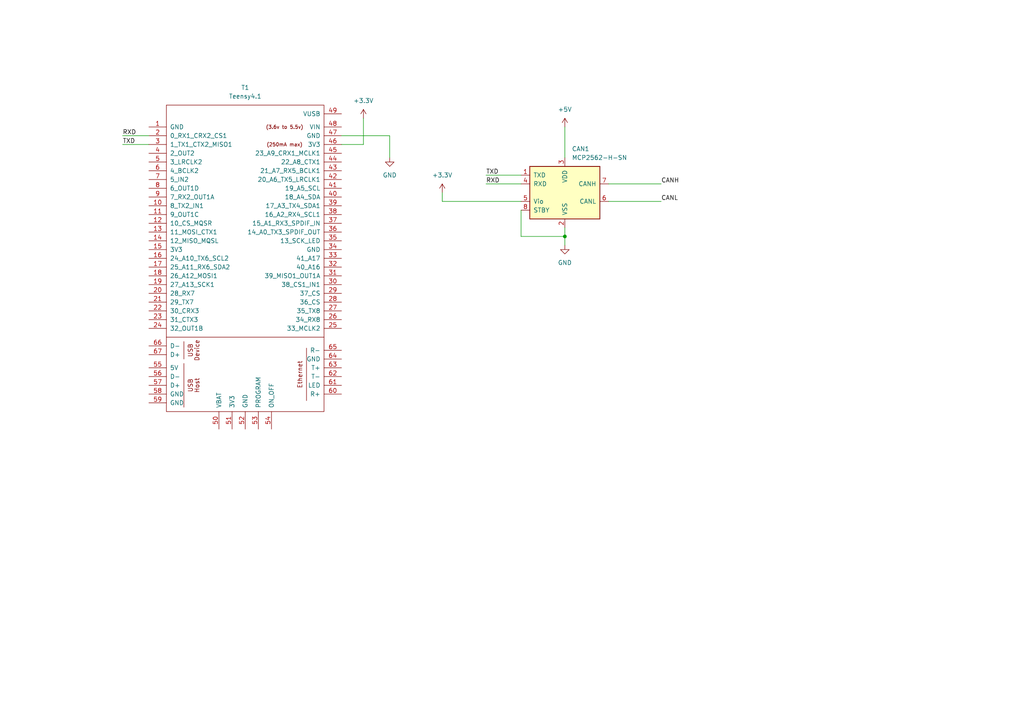
<source format=kicad_sch>
(kicad_sch (version 20211123) (generator eeschema)
  (paper "A4")
  (title_block (title "Teensy CAN Read") (date "2023-04-02") (rev "1"))
  (lib_symbols
    (symbol "Interface_CAN_LIN:MCP2562-H-SN" (pin_names (offset 1.016))
      (property "Reference" "U" (at -10.16 8.89 0))
      (property "Value" "MCP2562-H-SN" (at 2.54 8.89 0))
      (symbol "MCP2562-H-SN_0_1"
        (rectangle (start -10.16 7.62) (end 10.16 -7.62) (stroke (width 0.254)) (fill (type background)))
      )
      (symbol "MCP2562-H-SN_1_1"
        (pin input line (at -12.7 5.08 0) (length 2.54) (name "TXD") (number "1"))
        (pin power_in line (at 0 -10.16 90) (length 2.54) (name "VSS") (number "2"))
        (pin power_in line (at 0 10.16 270) (length 2.54) (name "VDD") (number "3"))
        (pin output line (at -12.7 2.54 0) (length 2.54) (name "RXD") (number "4"))
        (pin power_in line (at -12.7 -2.54 0) (length 2.54) (name "Vio") (number "5"))
        (pin bidirectional line (at 12.7 -2.54 180) (length 2.54) (name "CANL") (number "6"))
        (pin bidirectional line (at 12.7 2.54 180) (length 2.54) (name "CANH") (number "7"))
        (pin input line (at -12.7 -5.08 0) (length 2.54) (name "STBY") (number "8"))
      )
    )
    (symbol "power:+3.3V" (power) (pin_names (offset 0))
      (property "Value" "+3.3V" (at 0 3.556 0))
      (symbol "+3.3V_0_1"
        (polyline (pts (xy -0.762 1.27) (xy 0 2.54)))
        (polyline (pts (xy 0 0) (xy 0 2.54)))
        (polyline (pts (xy 0 2.54) (xy 0.762 1.27)))
      )
      (symbol "+3.3V_1_1"
        (pin power_in line (at 0 0 90) (length 0) hide (name "+3.3V") (number "1"))
      )
    )
    (symbol "power:+5V" (power) (pin_names (offset 0))
      (property "Value" "+5V" (at 0 3.556 0))
      (symbol "+5V_0_1"
        (polyline (pts (xy -0.762 1.27) (xy 0 2.54)))
        (polyline (pts (xy 0 0) (xy 0 2.54)))
        (polyline (pts (xy 0 2.54) (xy 0.762 1.27)))
      )
      (symbol "+5V_1_1"
        (pin power_in line (at 0 0 90) (length 0) hide (name "+5V") (number "1"))
      )
    )
    (symbol "power:GND" (power) (pin_names (offset 0))
      (property "Value" "GND" (at 0 -3.81 0))
      (symbol "GND_0_1"
        (polyline (pts (xy 0 0) (xy 0 -1.27) (xy 1.27 -1.27) (xy 0 -2.54) (xy -1.27 -1.27) (xy 0 -1.27)))
      )
      (symbol "GND_1_1"
        (pin power_in line (at 0 0 270) (length 0) hide (name "GND") (number "1"))
      )
    )
    (symbol "teensy:Teensy4.1" (pin_names (offset 1.016))
      (property "Reference" "U" (at 0 64.77 0))
      (property "Value" "Teensy4.1" (at 0 62.23 0))
      (symbol "Teensy4.1_0_0"
        (polyline (pts (xy -22.86 -6.35) (xy 22.86 -6.35)))
        (polyline (pts (xy -17.78 -26.67) (xy -17.78 -13.97)))
        (polyline (pts (xy -17.78 -7.62) (xy -17.78 -12.7)))
        (polyline (pts (xy 17.78 -9.525) (xy 17.78 -24.765)))
        (text "(250mA max)" (at 11.43 49.53 0) (effects (font (size 1.016 1.016))))
        (text "(3.6v to 5.5v)" (at 11.43 54.61 0) (effects (font (size 1.016 1.016))))
        (text "Device" (at -13.97 -10.16 900) (effects (font (size 1.27 1.27))))
        (text "Ethernet" (at 15.875 -17.145 900) (effects (font (size 1.27 1.27))))
        (text "Host" (at -13.97 -20.32 900) (effects (font (size 1.27 1.27))))
        (text "USB" (at -15.875 -20.32 900) (effects (font (size 1.27 1.27))))
        (text "USB" (at -15.875 -10.16 900) (effects (font (size 1.27 1.27))))
        (pin bidirectional line (at -27.94 31.75 0) (length 5.08) (name "8_TX2_IN1") (number "10"))
        (pin bidirectional line (at -27.94 29.21 0) (length 5.08) (name "9_OUT1C") (number "11"))
        (pin bidirectional line (at -27.94 26.67 0) (length 5.08) (name "10_CS_MQSR") (number "12"))
        (pin bidirectional line (at -27.94 24.13 0) (length 5.08) (name "11_MOSI_CTX1") (number "13"))
        (pin bidirectional line (at -27.94 21.59 0) (length 5.08) (name "12_MISO_MQSL") (number "14"))
        (pin power_in line (at -27.94 19.05 0) (length 5.08) (name "3V3") (number "15"))
        (pin bidirectional line (at -27.94 16.51 0) (length 5.08) (name "24_A10_TX6_SCL2") (number "16"))
        (pin bidirectional line (at -27.94 13.97 0) (length 5.08) (name "25_A11_RX6_SDA2") (number "17"))
        (pin bidirectional line (at -27.94 11.43 0) (length 5.08) (name "26_A12_MOSI1") (number "18"))
        (pin bidirectional line (at -27.94 8.89 0) (length 5.08) (name "27_A13_SCK1") (number "19"))
        (pin bidirectional line (at -27.94 6.35 0) (length 5.08) (name "28_RX7") (number "20"))
        (pin bidirectional line (at -27.94 3.81 0) (length 5.08) (name "29_TX7") (number "21"))
        (pin bidirectional line (at -27.94 1.27 0) (length 5.08) (name "30_CRX3") (number "22"))
        (pin bidirectional line (at -27.94 -1.27 0) (length 5.08) (name "31_CTX3") (number "23"))
        (pin bidirectional line (at -27.94 -3.81 0) (length 5.08) (name "32_OUT1B") (number "24"))
        (pin bidirectional line (at 27.94 -3.81 180) (length 5.08) (name "33_MCLK2") (number "25"))
        (pin bidirectional line (at 27.94 -1.27 180) (length 5.08) (name "34_RX8") (number "26"))
        (pin bidirectional line (at 27.94 1.27 180) (length 5.08) (name "35_TX8") (number "27"))
        (pin bidirectional line (at 27.94 3.81 180) (length 5.08) (name "36_CS") (number "28"))
        (pin bidirectional line (at 27.94 6.35 180) (length 5.08) (name "37_CS") (number "29"))
        (pin bidirectional line (at 27.94 8.89 180) (length 5.08) (name "38_CS1_IN1") (number "30"))
        (pin bidirectional line (at 27.94 11.43 180) (length 5.08) (name "39_MISO1_OUT1A") (number "31"))
        (pin bidirectional line (at 27.94 13.97 180) (length 5.08) (name "40_A16") (number "32"))
        (pin bidirectional line (at 27.94 16.51 180) (length 5.08) (name "41_A17") (number "33"))
        (pin bidirectional line (at 27.94 21.59 180) (length 5.08) (name "13_SCK_LED") (number "35"))
        (pin bidirectional line (at 27.94 24.13 180) (length 5.08) (name "14_A0_TX3_SPDIF_OUT") (number "36"))
        (pin bidirectional line (at 27.94 26.67 180) (length 5.08) (name "15_A1_RX3_SPDIF_IN") (number "37"))
        (pin bidirectional line (at 27.94 29.21 180) (length 5.08) (name "16_A2_RX4_SCL1") (number "38"))
        (pin bidirectional line (at 27.94 31.75 180) (length 5.08) (name "17_A3_TX4_SDA1") (number "39"))
        (pin bidirectional line (at 27.94 34.29 180) (length 5.08) (name "18_A4_SDA") (number "40"))
        (pin bidirectional line (at 27.94 36.83 180) (length 5.08) (name "19_A5_SCL") (number "41"))
        (pin bidirectional line (at 27.94 39.37 180) (length 5.08) (name "20_A6_TX5_LRCLK1") (number "42"))
        (pin bidirectional line (at 27.94 41.91 180) (length 5.08) (name "21_A7_RX5_BCLK1") (number "43"))
        (pin bidirectional line (at 27.94 44.45 180) (length 5.08) (name "22_A8_CTX1") (number "44"))
        (pin bidirectional line (at 27.94 46.99 180) (length 5.08) (name "23_A9_CRX1_MCLK1") (number "45"))
        (pin output line (at 27.94 49.53 180) (length 5.08) (name "3V3") (number "46"))
        (pin output line (at 27.94 52.07 180) (length 5.08) (name "GND") (number "47"))
        (pin power_in line (at 27.94 54.61 180) (length 5.08) (name "VIN") (number "48"))
        (pin power_out line (at 27.94 58.42 180) (length 5.08) (name "VUSB") (number "49"))
        (pin bidirectional line (at -27.94 44.45 0) (length 5.08) (name "3_LRCLK2") (number "5"))
        (pin power_in line (at -7.62 -33.02 90) (length 5.08) (name "VBAT") (number "50"))
        (pin power_in line (at -3.81 -33.02 90) (length 5.08) (name "3V3") (number "51"))
        (pin input line (at 0 -33.02 90) (length 5.08) (name "GND") (number "52"))
        (pin input line (at 3.81 -33.02 90) (length 5.08) (name "PROGRAM") (number "53"))
        (pin input line (at 7.62 -33.02 90) (length 5.08) (name "ON_OFF") (number "54"))
        (pin power_out line (at -27.94 -15.24 0) (length 5.08) (name "5V") (number "55"))
        (pin bidirectional line (at -27.94 -17.78 0) (length 5.08) (name "D-") (number "56"))
        (pin bidirectional line (at -27.94 -20.32 0) (length 5.08) (name "D+") (number "57"))
        (pin power_in line (at -27.94 -22.86 0) (length 5.08) (name "GND") (number "58"))
        (pin power_in line (at -27.94 -25.4 0) (length 5.08) (name "GND") (number "59"))
        (pin bidirectional line (at -27.94 41.91 0) (length 5.08) (name "4_BCLK2") (number "6"))
        (pin bidirectional line (at 27.94 -22.86 180) (length 5.08) (name "R+") (number "60"))
        (pin bidirectional line (at 27.94 -20.32 180) (length 5.08) (name "LED") (number "61"))
        (pin bidirectional line (at 27.94 -17.78 180) (length 5.08) (name "T-") (number "62"))
        (pin bidirectional line (at 27.94 -15.24 180) (length 5.08) (name "T+") (number "63"))
        (pin power_in line (at 27.94 -12.7 180) (length 5.08) (name "GND") (number "64"))
        (pin bidirectional line (at 27.94 -10.16 180) (length 5.08) (name "R-") (number "65"))
        (pin bidirectional line (at -27.94 -8.89 0) (length 5.08) (name "D-") (number "66"))
        (pin bidirectional line (at -27.94 -11.43 0) (length 5.08) (name "D+") (number "67"))
        (pin bidirectional line (at -27.94 39.37 0) (length 5.08) (name "5_IN2") (number "7"))
        (pin bidirectional line (at -27.94 36.83 0) (length 5.08) (name "6_OUT1D") (number "8"))
        (pin bidirectional line (at -27.94 34.29 0) (length 5.08) (name "7_RX2_OUT1A") (number "9"))
      )
      (symbol "Teensy4.1_0_1"
        (rectangle (start -22.86 60.96) (end 22.86 -27.94))
        (rectangle (start -20.32 -1.27) (end -20.32 -1.27))
      )
      (symbol "Teensy4.1_1_1"
        (pin power_in line (at -27.94 54.61 0) (length 5.08) (name "GND") (number "1"))
        (pin bidirectional line (at -27.94 52.07 0) (length 5.08) (name "0_RX1_CRX2_CS1") (number "2"))
        (pin bidirectional line (at -27.94 49.53 0) (length 5.08) (name "1_TX1_CTX2_MISO1") (number "3"))
        (pin power_in line (at 27.94 19.05 180) (length 5.08) (name "GND") (number "34"))
        (pin bidirectional line (at -27.94 46.99 0) (length 5.08) (name "2_OUT2") (number "4"))
      )
    )
  )
  (junction (at 163.83 68.58))
  (wire (pts (xy 99.06 41.91) (xy 105.41 41.91)))
  (wire (pts (xy 151.13 60.96) (xy 151.13 68.58)))
  (wire (pts (xy 140.97 50.8) (xy 151.13 50.8)))
  (wire (pts (xy 163.83 68.58) (xy 163.83 66.04)))
  (wire (pts (xy 113.03 39.37) (xy 113.03 45.72)))
  (wire (pts (xy 99.06 39.37) (xy 113.03 39.37)))
  (wire (pts (xy 151.13 58.42) (xy 128.27 58.42)))
  (wire (pts (xy 163.83 36.83) (xy 163.83 45.72)))
  (wire (pts (xy 176.53 53.34) (xy 191.77 53.34)))
  (wire (pts (xy 163.83 68.58) (xy 163.83 71.12)))
  (wire (pts (xy 35.56 41.91) (xy 43.18 41.91)))
  (wire (pts (xy 176.53 58.42) (xy 191.77 58.42)))
  (wire (pts (xy 128.27 55.88) (xy 128.27 58.42)))
  (wire (pts (xy 105.41 34.29) (xy 105.41 41.91)))
  (wire (pts (xy 151.13 68.58) (xy 163.83 68.58)))
  (wire (pts (xy 35.56 39.37) (xy 43.18 39.37)))
  (wire (pts (xy 140.97 53.34) (xy 151.13 53.34)))
  (label "RXD" (at 140.97 53.34 0))
  (label "TXD" (at 35.56 41.91 0))
  (label "TXD" (at 140.97 50.8 0))
  (label "CANL" (at 191.77 58.42 0))
  (label "CANH" (at 191.77 53.34 0))
  (label "RXD" (at 35.56 39.37 0))
  (symbol (lib_id "power:+3.3V") (at 105.41 34.29 0) (unit 1)
    (property "Reference" "#PWR?" (effects hide))
    (property "Value" "+3.3V" (at 105.41 29.21 0))
  )
  (symbol (lib_id "power:+3.3V") (at 128.27 55.88 0) (unit 1)
    (property "Reference" "#PWR?" (effects hide))
    (property "Value" "+3.3V" (at 128.27 50.8 0))
  )
  (symbol (lib_id "power:+5V") (at 163.83 36.83 0) (unit 1)
    (property "Reference" "#PWR?" (effects hide))
    (property "Value" "+5V" (at 163.83 31.75 0))
  )
  (symbol (lib_id "power:GND") (at 163.83 71.12 0) (unit 1)
    (property "Reference" "#PWR?" (effects hide))
    (property "Value" "GND" (at 163.83 76.2 0))
  )
  (symbol (lib_id "Interface_CAN_LIN:MCP2562-H-SN") (at 163.83 55.88 0) (unit 1)
    (property "Reference" "CAN1" (at 165.8494 43.18 0) (effects (justify left)))
    (property "Value" "MCP2562-H-SN" (at 165.8494 45.72 0) (effects (justify left)))
    (property "Footprint" "Package_SO:SOIC-8_3.9x4.9mm_P1.27mm" (effects hide))
    (property "Datasheet" "http://ww1.microchip.com/downloads/en/DeviceDoc/25167A.pdf" (effects hide))
  )
  (symbol (lib_id "power:GND") (at 113.03 45.72 0) (unit 1)
    (property "Reference" "#PWR?" (effects hide))
    (property "Value" "GND" (at 113.03 50.8 0))
  )
  (symbol (lib_id "teensy:Teensy4.1") (at 71.12 91.44 0) (unit 1)
    (property "Reference" "T1" (at 71.12 25.4 0))
    (property "Value" "Teensy4.1" (at 71.12 27.94 0))
  )
)
</source>
